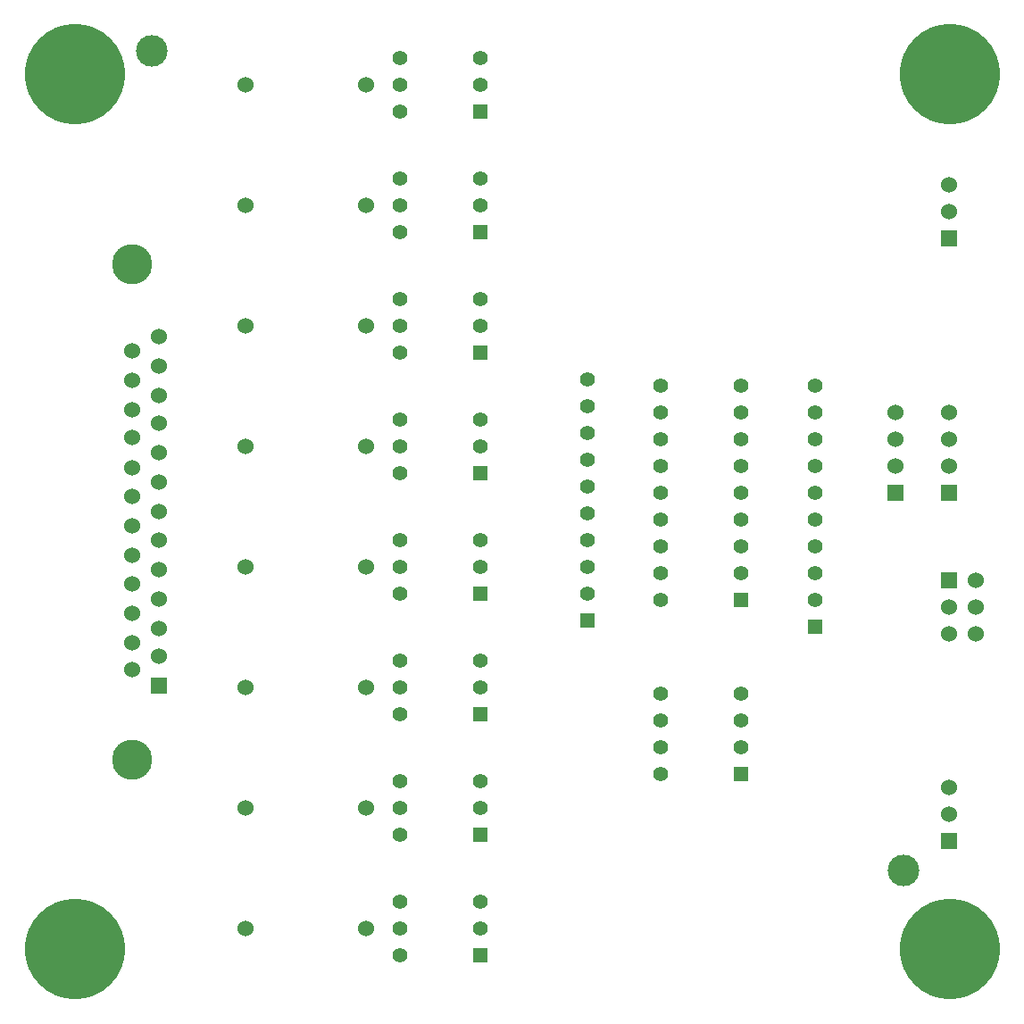
<source format=gts>
G04 (created by PCBNEW (2013-04-19 BZR 4011)-stable) date 09/06/2014 16:54:21*
%MOIN*%
G04 Gerber Fmt 3.4, Leading zero omitted, Abs format*
%FSLAX34Y34*%
G01*
G70*
G90*
G04 APERTURE LIST*
%ADD10C,0*%
%ADD11C,0.06*%
%ADD12R,0.055X0.055*%
%ADD13C,0.055*%
%ADD14C,0.375*%
%ADD15C,0.11811*%
%ADD16R,0.06X0.06*%
%ADD17C,0.15*%
G04 APERTURE END LIST*
G54D10*
G54D11*
X13250Y-2750D03*
X8750Y-2750D03*
X13250Y-7250D03*
X8750Y-7250D03*
X13250Y-11750D03*
X8750Y-11750D03*
X13250Y-16250D03*
X8750Y-16250D03*
X13250Y-20750D03*
X8750Y-20750D03*
X13250Y-25250D03*
X8750Y-25250D03*
X13250Y-34250D03*
X8750Y-34250D03*
X13250Y-29750D03*
X8750Y-29750D03*
G54D12*
X17500Y-35250D03*
G54D13*
X17500Y-34250D03*
X17500Y-33250D03*
X14500Y-33250D03*
X14500Y-34250D03*
X14500Y-35250D03*
G54D12*
X17500Y-3750D03*
G54D13*
X17500Y-2750D03*
X17500Y-1750D03*
X14500Y-1750D03*
X14500Y-2750D03*
X14500Y-3750D03*
G54D12*
X17500Y-8250D03*
G54D13*
X17500Y-7250D03*
X17500Y-6250D03*
X14500Y-6250D03*
X14500Y-7250D03*
X14500Y-8250D03*
G54D12*
X17500Y-12750D03*
G54D13*
X17500Y-11750D03*
X17500Y-10750D03*
X14500Y-10750D03*
X14500Y-11750D03*
X14500Y-12750D03*
G54D12*
X17500Y-17250D03*
G54D13*
X17500Y-16250D03*
X17500Y-15250D03*
X14500Y-15250D03*
X14500Y-16250D03*
X14500Y-17250D03*
G54D12*
X17500Y-21750D03*
G54D13*
X17500Y-20750D03*
X17500Y-19750D03*
X14500Y-19750D03*
X14500Y-20750D03*
X14500Y-21750D03*
G54D12*
X17500Y-26250D03*
G54D13*
X17500Y-25250D03*
X17500Y-24250D03*
X14500Y-24250D03*
X14500Y-25250D03*
X14500Y-26250D03*
G54D12*
X17500Y-30750D03*
G54D13*
X17500Y-29750D03*
X17500Y-28750D03*
X14500Y-28750D03*
X14500Y-29750D03*
X14500Y-30750D03*
G54D14*
X2362Y-2362D03*
X35039Y-2362D03*
X2362Y-35039D03*
X35039Y-35039D03*
G54D15*
X5250Y-1500D03*
X33300Y-32100D03*
G54D16*
X35000Y-18000D03*
G54D11*
X35000Y-17000D03*
X35000Y-16000D03*
X35000Y-15000D03*
G54D16*
X35000Y-21250D03*
G54D11*
X36000Y-21250D03*
X35000Y-22250D03*
X36000Y-22250D03*
X35000Y-23250D03*
X36000Y-23250D03*
G54D12*
X27250Y-22000D03*
G54D13*
X27250Y-21000D03*
X27250Y-20000D03*
X27250Y-19000D03*
X27250Y-18000D03*
X27250Y-17000D03*
X27250Y-16000D03*
X27250Y-15000D03*
X27250Y-14000D03*
X24250Y-14000D03*
X24250Y-15000D03*
X24250Y-16000D03*
X24250Y-17000D03*
X24250Y-18000D03*
X24250Y-19000D03*
X24250Y-20000D03*
X24250Y-21000D03*
X24250Y-22000D03*
G54D17*
X4500Y-9450D03*
X4500Y-27950D03*
G54D16*
X5500Y-25200D03*
G54D11*
X5500Y-24100D03*
X5500Y-23050D03*
X5500Y-21950D03*
X5500Y-20850D03*
X5500Y-19750D03*
X5500Y-18700D03*
X5500Y-17600D03*
X5500Y-16500D03*
X5500Y-15400D03*
X5500Y-14350D03*
X5500Y-13250D03*
X5500Y-12150D03*
X4500Y-24580D03*
X4500Y-23580D03*
X4500Y-22480D03*
X4500Y-21400D03*
X4500Y-20320D03*
X4500Y-19220D03*
X4500Y-18140D03*
X4500Y-17060D03*
X4500Y-15940D03*
X4500Y-14880D03*
X4500Y-13800D03*
X4500Y-12700D03*
G54D12*
X21500Y-22750D03*
G54D13*
X21500Y-21750D03*
X21500Y-20750D03*
X21500Y-19750D03*
X21500Y-18750D03*
X21500Y-17750D03*
X21500Y-16750D03*
X21500Y-15750D03*
X21500Y-14750D03*
X21500Y-13750D03*
G54D12*
X30000Y-23000D03*
G54D13*
X30000Y-22000D03*
X30000Y-21000D03*
X30000Y-20000D03*
X30000Y-19000D03*
X30000Y-18000D03*
X30000Y-17000D03*
X30000Y-16000D03*
X30000Y-15000D03*
X30000Y-14000D03*
G54D16*
X33000Y-18000D03*
G54D11*
X33000Y-17000D03*
X33000Y-16000D03*
X33000Y-15000D03*
G54D16*
X35000Y-8500D03*
G54D11*
X35000Y-7500D03*
X35000Y-6500D03*
G54D16*
X35000Y-31000D03*
G54D11*
X35000Y-30000D03*
X35000Y-29000D03*
G54D12*
X27250Y-28500D03*
G54D13*
X27250Y-27500D03*
X27250Y-26500D03*
X27250Y-25500D03*
X24250Y-25500D03*
X24250Y-26500D03*
X24250Y-27500D03*
X24250Y-28500D03*
M02*

</source>
